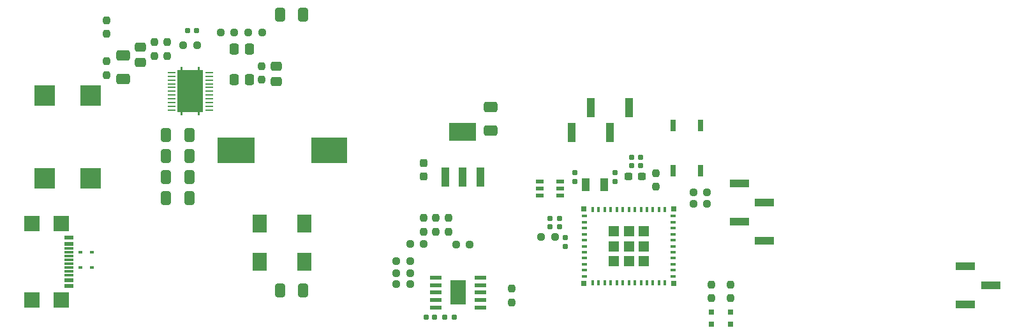
<source format=gbr>
%TF.GenerationSoftware,KiCad,Pcbnew,9.0.2*%
%TF.CreationDate,2025-08-04T20:44:44-05:00*%
%TF.ProjectId,led_matrix,6c65645f-6d61-4747-9269-782e6b696361,rev?*%
%TF.SameCoordinates,Original*%
%TF.FileFunction,Paste,Bot*%
%TF.FilePolarity,Positive*%
%FSLAX46Y46*%
G04 Gerber Fmt 4.6, Leading zero omitted, Abs format (unit mm)*
G04 Created by KiCad (PCBNEW 9.0.2) date 2025-08-04 20:44:44*
%MOMM*%
%LPD*%
G01*
G04 APERTURE LIST*
G04 Aperture macros list*
%AMRoundRect*
0 Rectangle with rounded corners*
0 $1 Rounding radius*
0 $2 $3 $4 $5 $6 $7 $8 $9 X,Y pos of 4 corners*
0 Add a 4 corners polygon primitive as box body*
4,1,4,$2,$3,$4,$5,$6,$7,$8,$9,$2,$3,0*
0 Add four circle primitives for the rounded corners*
1,1,$1+$1,$2,$3*
1,1,$1+$1,$4,$5*
1,1,$1+$1,$6,$7*
1,1,$1+$1,$8,$9*
0 Add four rect primitives between the rounded corners*
20,1,$1+$1,$2,$3,$4,$5,0*
20,1,$1+$1,$4,$5,$6,$7,0*
20,1,$1+$1,$6,$7,$8,$9,0*
20,1,$1+$1,$8,$9,$2,$3,0*%
%AMFreePoly0*
4,1,21,2.800000,1.300000,3.200000,1.300000,3.200000,1.000000,2.800000,1.000000,2.800000,-1.000000,3.200000,-1.000000,3.200000,-1.300000,2.800000,-1.300000,2.800000,-1.700000,-2.800000,-1.700000,-2.800000,-1.300000,-3.200000,-1.300000,-3.200000,-1.000000,-2.800000,-1.000000,-2.800000,1.000000,-3.200000,1.000000,-3.200000,1.300000,-2.800000,1.300000,-2.800000,1.700000,2.800000,1.700000,
2.800000,1.300000,2.800000,1.300000,$1*%
G04 Aperture macros list end*
%ADD10R,0.600000X0.400000*%
%ADD11R,1.000000X0.250000*%
%ADD12FreePoly0,270.000000*%
%ADD13RoundRect,0.237500X0.237500X-0.250000X0.237500X0.250000X-0.237500X0.250000X-0.237500X-0.250000X0*%
%ADD14R,1.000000X1.800000*%
%ADD15RoundRect,0.237500X0.250000X0.237500X-0.250000X0.237500X-0.250000X-0.237500X0.250000X-0.237500X0*%
%ADD16R,0.800000X0.800000*%
%ADD17RoundRect,0.250000X-0.412500X-0.650000X0.412500X-0.650000X0.412500X0.650000X-0.412500X0.650000X0*%
%ADD18R,2.510000X1.000000*%
%ADD19RoundRect,0.237500X-0.237500X0.250000X-0.237500X-0.250000X0.237500X-0.250000X0.237500X0.250000X0*%
%ADD20RoundRect,0.160000X0.197500X0.160000X-0.197500X0.160000X-0.197500X-0.160000X0.197500X-0.160000X0*%
%ADD21R,4.813300X3.454400*%
%ADD22R,4.889500X3.454400*%
%ADD23RoundRect,0.160000X-0.197500X-0.160000X0.197500X-0.160000X0.197500X0.160000X-0.197500X0.160000X0*%
%ADD24RoundRect,0.250000X0.475000X-0.337500X0.475000X0.337500X-0.475000X0.337500X-0.475000X-0.337500X0*%
%ADD25R,1.000000X2.510000*%
%ADD26RoundRect,0.237500X-0.250000X-0.237500X0.250000X-0.237500X0.250000X0.237500X-0.250000X0.237500X0*%
%ADD27RoundRect,0.155000X0.212500X0.155000X-0.212500X0.155000X-0.212500X-0.155000X0.212500X-0.155000X0*%
%ADD28R,0.800000X1.580000*%
%ADD29R,0.800000X0.400000*%
%ADD30R,0.400000X0.800000*%
%ADD31R,1.450000X1.450000*%
%ADD32R,0.700000X0.700000*%
%ADD33RoundRect,0.237500X-0.300000X-0.237500X0.300000X-0.237500X0.300000X0.237500X-0.300000X0.237500X0*%
%ADD34RoundRect,0.155000X-0.212500X-0.155000X0.212500X-0.155000X0.212500X0.155000X-0.212500X0.155000X0*%
%ADD35RoundRect,0.237500X0.237500X-0.300000X0.237500X0.300000X-0.237500X0.300000X-0.237500X-0.300000X0*%
%ADD36RoundRect,0.250000X0.337500X0.475000X-0.337500X0.475000X-0.337500X-0.475000X0.337500X-0.475000X0*%
%ADD37RoundRect,0.155000X0.155000X-0.212500X0.155000X0.212500X-0.155000X0.212500X-0.155000X-0.212500X0*%
%ADD38R,1.500000X0.600000*%
%ADD39R,2.100000X3.300000*%
%ADD40RoundRect,0.250000X0.650000X-0.412500X0.650000X0.412500X-0.650000X0.412500X-0.650000X-0.412500X0*%
%ADD41R,2.800000X2.800000*%
%ADD42RoundRect,0.155000X-0.155000X0.212500X-0.155000X-0.212500X0.155000X-0.212500X0.155000X0.212500X0*%
%ADD43R,1.879600X2.463800*%
%ADD44R,1.100000X0.600000*%
%ADD45R,1.100000X2.500000*%
%ADD46R,3.600000X2.340000*%
%ADD47R,2.000000X2.000000*%
%ADD48R,1.300000X0.600000*%
%ADD49R,1.300000X0.300000*%
G04 APERTURE END LIST*
D10*
%TO.C,D257*%
X53516000Y-150582000D03*
X55016000Y-150582000D03*
%TD*%
D11*
%TO.C,U4*%
X70607000Y-124663000D03*
X70607000Y-125162500D03*
X70607000Y-125663000D03*
X70607000Y-126162500D03*
X70607000Y-126663000D03*
X70607000Y-127162500D03*
X70607000Y-127663000D03*
X70613500Y-128161000D03*
X70610000Y-128664500D03*
X70612000Y-129163000D03*
X70612000Y-129663500D03*
X65595500Y-129667000D03*
X65599500Y-129166000D03*
X65600500Y-128666000D03*
X65600500Y-128167000D03*
X65600500Y-127666000D03*
X65599500Y-127167000D03*
X65599500Y-126667000D03*
X65599500Y-126167000D03*
X65602500Y-125665000D03*
X65601500Y-125167000D03*
X65599500Y-124667000D03*
D12*
X68104500Y-127169500D03*
%TD*%
D13*
%TO.C,R20*%
X129921000Y-139850500D03*
X129921000Y-138025500D03*
%TD*%
D14*
%TO.C,X1*%
X120563000Y-139573000D03*
X123063000Y-139573000D03*
%TD*%
D15*
%TO.C,R13*%
X97280100Y-149733000D03*
X95455100Y-149733000D03*
%TD*%
D16*
%TO.C,LED1*%
X137210800Y-158101700D03*
X137210800Y-156502700D03*
%TD*%
D17*
%TO.C,C263*%
X64858500Y-141351000D03*
X67983500Y-141351000D03*
%TD*%
D15*
%TO.C,R10*%
X77620500Y-119380000D03*
X75795500Y-119380000D03*
%TD*%
D18*
%TO.C,J2*%
X144301400Y-147040600D03*
X140991400Y-144500600D03*
X144301400Y-141960600D03*
X140991400Y-139420600D03*
%TD*%
D19*
%TO.C,R16*%
X99060000Y-143994500D03*
X99060000Y-145819500D03*
%TD*%
D15*
%TO.C,R19*%
X136675500Y-140589000D03*
X134850500Y-140589000D03*
%TD*%
D13*
%TO.C,R15*%
X102362000Y-145819500D03*
X102362000Y-143994500D03*
%TD*%
D20*
%TO.C,R2*%
X103086500Y-157226000D03*
X101891500Y-157226000D03*
%TD*%
D21*
%TO.C,L1*%
X86544150Y-135001000D03*
D22*
X74199750Y-135001000D03*
%TD*%
D23*
%TO.C,R25*%
X115861500Y-144043400D03*
X117056500Y-144043400D03*
%TD*%
D17*
%TO.C,C265*%
X64858500Y-132969000D03*
X67983500Y-132969000D03*
%TD*%
D24*
%TO.C,C266*%
X61468000Y-123338500D03*
X61468000Y-121263500D03*
%TD*%
D17*
%TO.C,C262*%
X64858500Y-135763000D03*
X67983500Y-135763000D03*
%TD*%
D25*
%TO.C,J1*%
X126339600Y-129362200D03*
X123799600Y-132672200D03*
X121259600Y-129362200D03*
X118719600Y-132672200D03*
%TD*%
D26*
%TO.C,R18*%
X134850500Y-142113000D03*
X136675500Y-142113000D03*
%TD*%
D27*
%TO.C,C257*%
X100516500Y-157226000D03*
X99381500Y-157226000D03*
%TD*%
D13*
%TO.C,R27*%
X139750800Y-154658700D03*
X139750800Y-152833700D03*
%TD*%
D28*
%TO.C,SW1*%
X132135000Y-131747000D03*
X132135000Y-137747000D03*
X135835000Y-131747000D03*
X135835000Y-137747000D03*
%TD*%
D10*
%TO.C,D258*%
X53516000Y-148550000D03*
X55016000Y-148550000D03*
%TD*%
D26*
%TO.C,R8*%
X67159500Y-121031000D03*
X68984500Y-121031000D03*
%TD*%
D29*
%TO.C,IC1*%
X120395000Y-151758000D03*
X120395000Y-150958000D03*
X120395000Y-150158000D03*
X120395000Y-149358000D03*
X120395000Y-148558000D03*
X120395000Y-147758000D03*
X120395000Y-146958000D03*
X120395000Y-146158000D03*
X120395000Y-145358000D03*
X120395000Y-144558000D03*
X120395000Y-143758000D03*
D30*
X121495000Y-142858000D03*
X122295000Y-142858000D03*
X123095000Y-142858000D03*
X123895000Y-142858000D03*
X124695000Y-142858000D03*
X125495000Y-142858000D03*
X126295000Y-142858000D03*
X127095000Y-142858000D03*
X127895000Y-142858000D03*
X128695000Y-142858000D03*
X129495000Y-142858000D03*
X130295000Y-142858000D03*
X131095000Y-142858000D03*
D29*
X132195000Y-143758000D03*
X132195000Y-144558000D03*
X132195000Y-145358000D03*
X132195000Y-146158000D03*
X132195000Y-146958000D03*
X132195000Y-147758000D03*
X132195000Y-148558000D03*
X132195000Y-149358000D03*
X132195000Y-150158000D03*
X132195000Y-150958000D03*
X132195000Y-151758000D03*
D30*
X131095000Y-152658000D03*
X130295000Y-152658000D03*
X129495000Y-152658000D03*
X128695000Y-152658000D03*
X127895000Y-152658000D03*
X127095000Y-152658000D03*
X126295000Y-152658000D03*
X125495000Y-152658000D03*
X124695000Y-152658000D03*
X123895000Y-152658000D03*
X123095000Y-152658000D03*
X122295000Y-152658000D03*
X121495000Y-152658000D03*
D31*
X126295000Y-147758000D03*
D32*
X132245000Y-152708000D03*
X132245000Y-142808000D03*
X120345000Y-142808000D03*
X120345000Y-152708000D03*
D31*
X124320000Y-147758000D03*
X124320000Y-145783000D03*
X126295000Y-145783000D03*
X128270000Y-145783000D03*
X128270000Y-147758000D03*
X128270000Y-149733000D03*
X126295000Y-149733000D03*
X124320000Y-149733000D03*
%TD*%
D33*
%TO.C,C259*%
X126255800Y-138472400D03*
X127980800Y-138472400D03*
%TD*%
D34*
%TO.C,C260*%
X126677800Y-135932400D03*
X127812800Y-135932400D03*
%TD*%
D35*
%TO.C,C275*%
X99060000Y-138452500D03*
X99060000Y-136727500D03*
%TD*%
D13*
%TO.C,R26*%
X137210800Y-154658700D03*
X137210800Y-152833700D03*
%TD*%
D36*
%TO.C,C269*%
X75967500Y-121539000D03*
X73892500Y-121539000D03*
%TD*%
D13*
%TO.C,R4*%
X57023000Y-119530500D03*
X57023000Y-117705500D03*
%TD*%
D16*
%TO.C,LED2*%
X139750800Y-158101700D03*
X139750800Y-156502700D03*
%TD*%
D37*
%TO.C,C273*%
X124460000Y-139124500D03*
X124460000Y-137989500D03*
%TD*%
D13*
%TO.C,R1*%
X110744000Y-155217500D03*
X110744000Y-153392500D03*
%TD*%
D38*
%TO.C,U5*%
X100632000Y-155924000D03*
X100632000Y-154924000D03*
X100632000Y-153924000D03*
X100632000Y-152924000D03*
X100632000Y-151924000D03*
X106632000Y-151924000D03*
X106632000Y-152924000D03*
X106632000Y-153924000D03*
X106632000Y-154924000D03*
X106632000Y-155924000D03*
D39*
X103632000Y-153924000D03*
%TD*%
D15*
%TO.C,R11*%
X73937500Y-119380000D03*
X72112500Y-119380000D03*
%TD*%
D26*
%TO.C,R23*%
X95455100Y-151358600D03*
X97280100Y-151358600D03*
%TD*%
D40*
%TO.C,C276*%
X59182000Y-125514500D03*
X59182000Y-122389500D03*
%TD*%
D15*
%TO.C,R21*%
X116482500Y-146558000D03*
X114657500Y-146558000D03*
%TD*%
D26*
%TO.C,R22*%
X95455100Y-152831800D03*
X97280100Y-152831800D03*
%TD*%
D40*
%TO.C,C274*%
X107950000Y-132372500D03*
X107950000Y-129247500D03*
%TD*%
D19*
%TO.C,R9*%
X77597000Y-123801500D03*
X77597000Y-125626500D03*
%TD*%
D17*
%TO.C,C270*%
X79971500Y-153670000D03*
X83096500Y-153670000D03*
%TD*%
D19*
%TO.C,R17*%
X100711000Y-143994500D03*
X100711000Y-145819500D03*
%TD*%
D17*
%TO.C,C264*%
X64858500Y-138557000D03*
X67983500Y-138557000D03*
%TD*%
D34*
%TO.C,C261*%
X126677800Y-137075400D03*
X127812800Y-137075400D03*
%TD*%
D13*
%TO.C,R7*%
X63373000Y-122451500D03*
X63373000Y-120626500D03*
%TD*%
%TO.C,R6*%
X65024000Y-122451500D03*
X65024000Y-120626500D03*
%TD*%
D41*
%TO.C,DC1*%
X48764000Y-138723500D03*
X54864000Y-138723500D03*
X48764000Y-127722500D03*
X54864000Y-127722500D03*
%TD*%
D42*
%TO.C,C258*%
X117856000Y-146625500D03*
X117856000Y-147760500D03*
%TD*%
D20*
%TO.C,R5*%
X68923500Y-119126000D03*
X67728500Y-119126000D03*
%TD*%
D18*
%TO.C,J3*%
X170984800Y-150393400D03*
X174294800Y-152933400D03*
X170984800Y-155473400D03*
%TD*%
D20*
%TO.C,R24*%
X117056500Y-145211800D03*
X115861500Y-145211800D03*
%TD*%
D43*
%TO.C,C277*%
X77343000Y-144780000D03*
X83210400Y-144780000D03*
%TD*%
D19*
%TO.C,R3*%
X57023000Y-123166500D03*
X57023000Y-124991500D03*
%TD*%
D44*
%TO.C,U6*%
X114474000Y-141031000D03*
X114474000Y-140081000D03*
X114474000Y-139131000D03*
X117174000Y-139131000D03*
X117174000Y-140081000D03*
X117174000Y-141031000D03*
%TD*%
D15*
%TO.C,R14*%
X105179500Y-147574000D03*
X103354500Y-147574000D03*
%TD*%
D43*
%TO.C,C278*%
X77343000Y-149860000D03*
X83210400Y-149860000D03*
%TD*%
D24*
%TO.C,C268*%
X79502000Y-125878500D03*
X79502000Y-123803500D03*
%TD*%
D36*
%TO.C,C267*%
X75967500Y-125603000D03*
X73892500Y-125603000D03*
%TD*%
D45*
%TO.C,U1*%
X106567000Y-138528000D03*
X104267000Y-138528000D03*
X101967000Y-138528000D03*
D46*
X104267000Y-132588000D03*
%TD*%
D47*
%TO.C,USB1*%
X50980000Y-154940000D03*
X50980000Y-144740000D03*
X47080000Y-144740000D03*
X47080000Y-154940000D03*
D48*
X51980000Y-153040000D03*
X51980000Y-152240000D03*
D49*
X51980000Y-151090000D03*
X51980000Y-150090000D03*
X51980000Y-149590000D03*
X51980000Y-148590000D03*
D48*
X51980000Y-146640000D03*
X51980000Y-147440000D03*
D49*
X51980000Y-148090000D03*
X51980000Y-149090000D03*
X51980000Y-150590000D03*
X51980000Y-151590000D03*
%TD*%
D37*
%TO.C,C272*%
X119126000Y-139124500D03*
X119126000Y-137989500D03*
%TD*%
D26*
%TO.C,R12*%
X97258500Y-147447000D03*
X99083500Y-147447000D03*
%TD*%
D17*
%TO.C,C271*%
X79971500Y-116967000D03*
X83096500Y-116967000D03*
%TD*%
M02*

</source>
